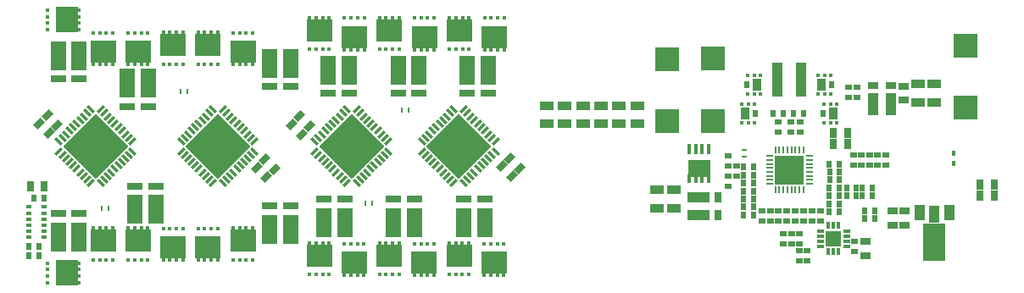
<source format=gbp>
G04*
G04 #@! TF.GenerationSoftware,Altium Limited,Altium Designer,25.7.1 (20)*
G04*
G04 Layer_Color=128*
%FSLAX44Y44*%
%MOMM*%
G71*
G04*
G04 #@! TF.SameCoordinates,66F0D8C6-04CA-480C-B019-D4CA667347D7*
G04*
G04*
G04 #@! TF.FilePolarity,Positive*
G04*
G01*
G75*
G04:AMPARAMS|DCode=23|XSize=0.55mm|YSize=0.65mm|CornerRadius=0.055mm|HoleSize=0mm|Usage=FLASHONLY|Rotation=270.000|XOffset=0mm|YOffset=0mm|HoleType=Round|Shape=RoundedRectangle|*
%AMROUNDEDRECTD23*
21,1,0.5500,0.5400,0,0,270.0*
21,1,0.4400,0.6500,0,0,270.0*
1,1,0.1100,-0.2700,-0.2200*
1,1,0.1100,-0.2700,0.2200*
1,1,0.1100,0.2700,0.2200*
1,1,0.1100,0.2700,-0.2200*
%
%ADD23ROUNDEDRECTD23*%
G04:AMPARAMS|DCode=24|XSize=0.55mm|YSize=0.65mm|CornerRadius=0.055mm|HoleSize=0mm|Usage=FLASHONLY|Rotation=180.000|XOffset=0mm|YOffset=0mm|HoleType=Round|Shape=RoundedRectangle|*
%AMROUNDEDRECTD24*
21,1,0.5500,0.5400,0,0,180.0*
21,1,0.4400,0.6500,0,0,180.0*
1,1,0.1100,-0.2200,0.2700*
1,1,0.1100,0.2200,0.2700*
1,1,0.1100,0.2200,-0.2700*
1,1,0.1100,-0.2200,-0.2700*
%
%ADD24ROUNDEDRECTD24*%
G04:AMPARAMS|DCode=25|XSize=0.9mm|YSize=1.4mm|CornerRadius=0.09mm|HoleSize=0mm|Usage=FLASHONLY|Rotation=90.000|XOffset=0mm|YOffset=0mm|HoleType=Round|Shape=RoundedRectangle|*
%AMROUNDEDRECTD25*
21,1,0.9000,1.2200,0,0,90.0*
21,1,0.7200,1.4000,0,0,90.0*
1,1,0.1800,0.6100,0.3600*
1,1,0.1800,0.6100,-0.3600*
1,1,0.1800,-0.6100,-0.3600*
1,1,0.1800,-0.6100,0.3600*
%
%ADD25ROUNDEDRECTD25*%
G04:AMPARAMS|DCode=34|XSize=0.7mm|YSize=1mm|CornerRadius=0.07mm|HoleSize=0mm|Usage=FLASHONLY|Rotation=90.000|XOffset=0mm|YOffset=0mm|HoleType=Round|Shape=RoundedRectangle|*
%AMROUNDEDRECTD34*
21,1,0.7000,0.8600,0,0,90.0*
21,1,0.5600,1.0000,0,0,90.0*
1,1,0.1400,0.4300,0.2800*
1,1,0.1400,0.4300,-0.2800*
1,1,0.1400,-0.4300,-0.2800*
1,1,0.1400,-0.4300,0.2800*
%
%ADD34ROUNDEDRECTD34*%
%ADD39R,0.4200X0.5000*%
%ADD82R,2.6500X2.2000*%
%ADD83R,0.4000X0.3000*%
%ADD84R,0.4000X0.4000*%
%ADD85R,1.4950X2.9500*%
%ADD86R,1.4950X0.7000*%
G04:AMPARAMS|DCode=87|XSize=0.7mm|YSize=1mm|CornerRadius=0.07mm|HoleSize=0mm|Usage=FLASHONLY|Rotation=315.000|XOffset=0mm|YOffset=0mm|HoleType=Round|Shape=RoundedRectangle|*
%AMROUNDEDRECTD87*
21,1,0.7000,0.8600,0,0,315.0*
21,1,0.5600,1.0000,0,0,315.0*
1,1,0.1400,-0.1061,-0.5021*
1,1,0.1400,-0.5021,-0.1061*
1,1,0.1400,0.1061,0.5021*
1,1,0.1400,0.5021,0.1061*
%
%ADD87ROUNDEDRECTD87*%
G04:AMPARAMS|DCode=88|XSize=0.9mm|YSize=0.3mm|CornerRadius=0mm|HoleSize=0mm|Usage=FLASHONLY|Rotation=315.000|XOffset=0mm|YOffset=0mm|HoleType=Round|Shape=Rectangle|*
%AMROTATEDRECTD88*
4,1,4,-0.4243,0.2121,-0.2121,0.4243,0.4243,-0.2121,0.2121,-0.4243,-0.4243,0.2121,0.0*
%
%ADD88ROTATEDRECTD88*%

%ADD89R,2.2900X1.0140*%
%ADD90R,0.4000X0.4000*%
%ADD91R,2.2000X2.6500*%
%ADD92R,0.3000X0.4000*%
%ADD93R,2.4500X2.3500*%
%ADD94R,0.7620X1.0140*%
%ADD95R,0.5000X0.2500*%
%ADD96R,0.2000X0.7500*%
%ADD97R,0.7500X0.2000*%
%ADD98R,2.9000X2.9000*%
%ADD99R,0.3000X0.7000*%
%ADD100R,0.7000X0.3000*%
%ADD101R,1.5000X1.5000*%
%ADD102R,0.4000X0.4250*%
%ADD103R,0.9500X1.1500*%
%ADD104R,0.4800X0.8000*%
%ADD105R,1.0140X0.7620*%
%ADD106R,1.0140X2.2900*%
G04:AMPARAMS|DCode=107|XSize=0.7mm|YSize=1mm|CornerRadius=0.07mm|HoleSize=0mm|Usage=FLASHONLY|Rotation=180.000|XOffset=0mm|YOffset=0mm|HoleType=Round|Shape=RoundedRectangle|*
%AMROUNDEDRECTD107*
21,1,0.7000,0.8600,0,0,180.0*
21,1,0.5600,1.0000,0,0,180.0*
1,1,0.1400,-0.2800,0.4300*
1,1,0.1400,0.2800,0.4300*
1,1,0.1400,0.2800,-0.4300*
1,1,0.1400,-0.2800,-0.4300*
%
%ADD107ROUNDEDRECTD107*%
%ADD108R,1.0000X1.5000*%
%ADD109R,1.0000X1.8000*%
%ADD110R,2.2000X3.7000*%
G04:AMPARAMS|DCode=111|XSize=0.9mm|YSize=0.3mm|CornerRadius=0mm|HoleSize=0mm|Usage=FLASHONLY|Rotation=225.000|XOffset=0mm|YOffset=0mm|HoleType=Round|Shape=Rectangle|*
%AMROTATEDRECTD111*
4,1,4,0.2121,0.4243,0.4243,0.2121,-0.2121,-0.4243,-0.4243,-0.2121,0.2121,0.4243,0.0*
%
%ADD111ROTATEDRECTD111*%

%ADD112P,6.5054X4X270.0*%
%ADD113R,0.2500X0.5000*%
%ADD114R,0.5750X0.3500*%
%ADD115R,2.2350X1.7250*%
%ADD116R,0.4050X0.8100*%
%ADD117R,0.4050X0.9900*%
%ADD118R,0.9800X3.4000*%
D23*
X707400Y-19638D02*
D03*
X707398Y-9634D02*
D03*
X715400Y-29638D02*
D03*
X715398Y-19634D02*
D03*
X707398Y-29634D02*
D03*
X707400Y-39638D02*
D03*
X779297Y24418D02*
D03*
X779298Y14413D02*
D03*
X757298D02*
D03*
X757297Y24418D02*
D03*
X740742Y-74899D02*
D03*
X740741Y-64894D02*
D03*
X782712D02*
D03*
X782713Y-74899D02*
D03*
X791107Y-64894D02*
D03*
X791108Y-74899D02*
D03*
X769530Y14362D02*
D03*
X769529Y24366D02*
D03*
X774318Y-64894D02*
D03*
X774319Y-74899D02*
D03*
X833655Y-95290D02*
D03*
X833656Y-105294D02*
D03*
X778398Y-87634D02*
D03*
X778399Y-97638D02*
D03*
X770399Y-87634D02*
D03*
X770400Y-97638D02*
D03*
X786297Y-104582D02*
D03*
X786298Y-114587D02*
D03*
X778297Y-104582D02*
D03*
X778298Y-114587D02*
D03*
X762298Y-97586D02*
D03*
X762297Y-87582D02*
D03*
X799501Y-64894D02*
D03*
X799502Y-74899D02*
D03*
X765924Y-64894D02*
D03*
X765925Y-74899D02*
D03*
X757531D02*
D03*
X757530Y-64894D02*
D03*
X749135D02*
D03*
X749136Y-74899D02*
D03*
X827757Y48654D02*
D03*
X827756Y58658D02*
D03*
X835757Y48654D02*
D03*
X835756Y58658D02*
D03*
X848298Y-18587D02*
D03*
X848297Y-8582D02*
D03*
X864297D02*
D03*
X864298Y-18587D02*
D03*
X856298Y-18586D02*
D03*
X856297Y-8582D02*
D03*
X832297D02*
D03*
X832298Y-18586D02*
D03*
X840399Y-18638D02*
D03*
X840398Y-8634D02*
D03*
D24*
X772227Y33062D02*
D03*
X782231Y33063D02*
D03*
X752320Y32961D02*
D03*
X762325Y32961D02*
D03*
X808325Y-65661D02*
D03*
X818329Y-65660D02*
D03*
X808325Y-57661D02*
D03*
X818329Y-57660D02*
D03*
X808325Y-49661D02*
D03*
X818329Y-49660D02*
D03*
X808325Y-41661D02*
D03*
X818329Y-41660D02*
D03*
X818381Y-25558D02*
D03*
X808377Y-25559D02*
D03*
X808348Y-17610D02*
D03*
X818353Y-17609D02*
D03*
X818381Y-33558D02*
D03*
X808377Y-33559D02*
D03*
X841372Y-49610D02*
D03*
X851376D02*
D03*
X843372Y-64560D02*
D03*
X853376Y-64559D02*
D03*
X843372Y-72560D02*
D03*
X853376Y-72559D02*
D03*
X835376Y-41559D02*
D03*
X825372Y-41560D02*
D03*
X835376Y-49559D02*
D03*
X825372Y-49560D02*
D03*
X732325Y-20661D02*
D03*
X722320Y-20662D02*
D03*
Y-28662D02*
D03*
X732325Y-28661D02*
D03*
X732377Y-36559D02*
D03*
X722372Y-36560D02*
D03*
X722320Y-44662D02*
D03*
X732325Y-44661D02*
D03*
X722320Y-52661D02*
D03*
X732325Y-52660D02*
D03*
X732376Y-60559D02*
D03*
X722372Y-60560D02*
D03*
X732376Y-68559D02*
D03*
X722372Y-68560D02*
D03*
X8972Y-100051D02*
D03*
X18977Y-100050D02*
D03*
X23976Y-52049D02*
D03*
X13972Y-52050D02*
D03*
X8972Y-109051D02*
D03*
X18976Y-109050D02*
D03*
X851376Y-41610D02*
D03*
X841372D02*
D03*
D25*
X636287Y-61799D02*
D03*
X652797D02*
D03*
Y-43799D02*
D03*
X636287D02*
D03*
X544112Y40701D02*
D03*
Y22701D02*
D03*
X562171Y40701D02*
D03*
Y22701D02*
D03*
X580230Y40701D02*
D03*
Y22701D02*
D03*
X598289Y40701D02*
D03*
Y22701D02*
D03*
X616348Y40701D02*
D03*
Y22701D02*
D03*
X526053Y40701D02*
D03*
Y22701D02*
D03*
X913297Y62201D02*
D03*
X897047D02*
D03*
X913297Y44201D02*
D03*
X897047D02*
D03*
D34*
X844706Y-95318D02*
D03*
Y-109318D02*
D03*
X871348Y-64610D02*
D03*
Y-78610D02*
D03*
X882846Y46201D02*
D03*
Y60201D02*
D03*
X883348Y-78610D02*
D03*
Y-64610D02*
D03*
D39*
X932047Y-17049D02*
D03*
Y-6549D02*
D03*
D82*
X403586Y-116188D02*
D03*
X438495Y-109188D02*
D03*
X438610Y116172D02*
D03*
X403677Y109172D02*
D03*
X473541D02*
D03*
X222496Y94322D02*
D03*
X222494Y-94276D02*
D03*
X187596Y101322D02*
D03*
X473406Y-116188D02*
D03*
X187594Y-101328D02*
D03*
X117795Y94322D02*
D03*
X368676Y-109188D02*
D03*
X117794Y-94328D02*
D03*
X368745Y116172D02*
D03*
X152696Y101322D02*
D03*
X152694Y-101328D02*
D03*
X333814Y109172D02*
D03*
X82896Y94322D02*
D03*
X298856Y-109188D02*
D03*
X82894Y-94328D02*
D03*
X298881Y116172D02*
D03*
X333766Y-116188D02*
D03*
D83*
X393836Y-128688D02*
D03*
X400336D02*
D03*
X406836D02*
D03*
X413336D02*
D03*
X448246Y-96688D02*
D03*
X441745D02*
D03*
X435246D02*
D03*
X428745D02*
D03*
X448359Y128672D02*
D03*
X441860D02*
D03*
X435359D02*
D03*
X428859D02*
D03*
X393927Y96672D02*
D03*
X400428D02*
D03*
X406927D02*
D03*
X413428D02*
D03*
X483292D02*
D03*
X476791D02*
D03*
X470291D02*
D03*
X463792D02*
D03*
X212746Y81822D02*
D03*
X219246D02*
D03*
X225746D02*
D03*
X232246D02*
D03*
X232244Y-81776D02*
D03*
X225744D02*
D03*
X219244D02*
D03*
X212744D02*
D03*
X197346Y113822D02*
D03*
X190846D02*
D03*
X184346D02*
D03*
X177846D02*
D03*
X483156Y-128688D02*
D03*
X476656D02*
D03*
X470156D02*
D03*
X463656D02*
D03*
X177844Y-113828D02*
D03*
X184344D02*
D03*
X190844D02*
D03*
X197344D02*
D03*
X108046Y81822D02*
D03*
X114545D02*
D03*
X121046D02*
D03*
X127545D02*
D03*
X358926Y-96688D02*
D03*
X365426D02*
D03*
X371926D02*
D03*
X378426D02*
D03*
X127544Y-81828D02*
D03*
X121044D02*
D03*
X114544D02*
D03*
X108044D02*
D03*
X358996Y128672D02*
D03*
X365495D02*
D03*
X371996D02*
D03*
X378495D02*
D03*
X162446Y113822D02*
D03*
X155946D02*
D03*
X149445D02*
D03*
X142945D02*
D03*
X142944Y-113828D02*
D03*
X149444D02*
D03*
X155944D02*
D03*
X162444D02*
D03*
X343563Y96672D02*
D03*
X337063D02*
D03*
X330564D02*
D03*
X324063D02*
D03*
X73146Y81822D02*
D03*
X79646D02*
D03*
X86146D02*
D03*
X92646D02*
D03*
X289106Y-96688D02*
D03*
X295606D02*
D03*
X302106D02*
D03*
X308606D02*
D03*
X92644Y-81828D02*
D03*
X86144D02*
D03*
X79644D02*
D03*
X73144D02*
D03*
X289132Y128672D02*
D03*
X295632D02*
D03*
X302132D02*
D03*
X308631D02*
D03*
X343516Y-128688D02*
D03*
X337016D02*
D03*
X330516D02*
D03*
X324016D02*
D03*
D84*
X413336Y-97188D02*
D03*
X393836D02*
D03*
X400336D02*
D03*
X406836D02*
D03*
X428745Y-128188D02*
D03*
X435246D02*
D03*
X441745D02*
D03*
X448246D02*
D03*
X428859Y97172D02*
D03*
X448359D02*
D03*
X441860D02*
D03*
X435359D02*
D03*
X413428Y128172D02*
D03*
X406927D02*
D03*
X400428D02*
D03*
X393927D02*
D03*
X337016Y-97188D02*
D03*
X330516D02*
D03*
X324016D02*
D03*
X295632Y97172D02*
D03*
X302132D02*
D03*
X308631D02*
D03*
X142944Y-82328D02*
D03*
X149444D02*
D03*
X155944D02*
D03*
X162446Y82322D02*
D03*
X155946D02*
D03*
X149445D02*
D03*
X365495Y97172D02*
D03*
X371996D02*
D03*
X378495D02*
D03*
X177844Y-82328D02*
D03*
X184344D02*
D03*
X190844D02*
D03*
X476656Y-97188D02*
D03*
X470156D02*
D03*
X463656D02*
D03*
X197346Y82322D02*
D03*
X190846D02*
D03*
X184346D02*
D03*
X463792Y128172D02*
D03*
X470291D02*
D03*
X476791D02*
D03*
X483292D02*
D03*
X232246Y113322D02*
D03*
X225746D02*
D03*
X219246D02*
D03*
X212746D02*
D03*
X212744Y-113276D02*
D03*
X219244D02*
D03*
X225744D02*
D03*
X232244D02*
D03*
X177846Y82322D02*
D03*
X483156Y-97188D02*
D03*
X197344Y-82328D02*
D03*
X127545Y113322D02*
D03*
X121046D02*
D03*
X114545D02*
D03*
X108046D02*
D03*
X378426Y-128188D02*
D03*
X371926D02*
D03*
X365426D02*
D03*
X358926D02*
D03*
X108044Y-113328D02*
D03*
X114544D02*
D03*
X121044D02*
D03*
X127544D02*
D03*
X358996Y97172D02*
D03*
X142945Y82322D02*
D03*
X162444Y-82328D02*
D03*
X324063Y128172D02*
D03*
X330564D02*
D03*
X337063D02*
D03*
X343563D02*
D03*
X92646Y113322D02*
D03*
X86146D02*
D03*
X79646D02*
D03*
X73146D02*
D03*
X308606Y-128188D02*
D03*
X302106D02*
D03*
X295606D02*
D03*
X289106D02*
D03*
X73144Y-113328D02*
D03*
X79644D02*
D03*
X86144D02*
D03*
X92644D02*
D03*
X289132Y97172D02*
D03*
X343516Y-97188D02*
D03*
D85*
X464106Y-75976D02*
D03*
X443046D02*
D03*
X59024Y90724D02*
D03*
X37964D02*
D03*
X128114Y63024D02*
D03*
X107055D02*
D03*
X249524Y83024D02*
D03*
X270584D02*
D03*
X328496Y76024D02*
D03*
X307435D02*
D03*
X398496Y76024D02*
D03*
X377436D02*
D03*
X467883Y76024D02*
D03*
X446823D02*
D03*
X373107Y-75976D02*
D03*
X394168D02*
D03*
X303496Y-75976D02*
D03*
X324556D02*
D03*
X249524Y-82976D02*
D03*
X270584D02*
D03*
X114598Y-62867D02*
D03*
X135658D02*
D03*
X59026Y-90678D02*
D03*
X37966D02*
D03*
D86*
X464106Y-52726D02*
D03*
X443046D02*
D03*
X59024Y67474D02*
D03*
X37964D02*
D03*
X107055Y39774D02*
D03*
X128114D02*
D03*
X249524Y59774D02*
D03*
X270584D02*
D03*
X307435Y52774D02*
D03*
X328496D02*
D03*
X377436Y52774D02*
D03*
X398496D02*
D03*
X467883Y52774D02*
D03*
X446823D02*
D03*
X394168Y-52726D02*
D03*
X373107D02*
D03*
X324556Y-52726D02*
D03*
X303496D02*
D03*
X270584Y-59726D02*
D03*
X249524D02*
D03*
X135658Y-39617D02*
D03*
X114598D02*
D03*
X37966Y-67428D02*
D03*
X59026D02*
D03*
D87*
X27104Y30974D02*
D03*
X246004Y-30926D02*
D03*
X491004Y-29926D02*
D03*
X279104Y29974D02*
D03*
X289004Y20074D02*
D03*
X281004Y12075D02*
D03*
X271104Y21974D02*
D03*
X489104Y-12026D02*
D03*
X499004Y-21926D02*
D03*
X481104Y-20026D02*
D03*
X254004Y-22926D02*
D03*
X244104Y-13026D02*
D03*
X236104Y-21026D02*
D03*
X37004Y21074D02*
D03*
X28884Y13074D02*
D03*
X18984Y22974D02*
D03*
D88*
X304891Y15580D02*
D03*
X308426Y19116D02*
D03*
X223659Y-15532D02*
D03*
X220123Y-19068D02*
D03*
X464217Y-15532D02*
D03*
X460681Y-19068D02*
D03*
X49333Y15580D02*
D03*
X52868Y19116D02*
D03*
X56404Y22651D02*
D03*
X59939Y26186D02*
D03*
X63475Y29722D02*
D03*
X67011Y33258D02*
D03*
X70546Y36793D02*
D03*
X112265Y-4926D02*
D03*
X108730Y-8462D02*
D03*
X105195Y-11997D02*
D03*
X98124Y-19068D02*
D03*
X94588Y-22604D02*
D03*
X91052Y-26139D02*
D03*
X87517Y-29675D02*
D03*
X83981Y-33210D02*
D03*
X80446Y-36746D02*
D03*
X101659Y-15533D02*
D03*
X45797Y12045D02*
D03*
X38726Y4973D02*
D03*
X42262Y8509D02*
D03*
X457146Y-22603D02*
D03*
X453610Y-26139D02*
D03*
X450075Y-29674D02*
D03*
X446539Y-33210D02*
D03*
X443004Y-36745D02*
D03*
X401284Y4974D02*
D03*
X404820Y8510D02*
D03*
X408355Y12045D02*
D03*
X415427Y19116D02*
D03*
X418962Y22652D02*
D03*
X422497Y26187D02*
D03*
X426033Y29723D02*
D03*
X429568Y33258D02*
D03*
X433104Y36794D02*
D03*
X411891Y15581D02*
D03*
X467753Y-11997D02*
D03*
X474823Y-4926D02*
D03*
X471288Y-8461D02*
D03*
X234266Y-4926D02*
D03*
X230730Y-8461D02*
D03*
X227194Y-11997D02*
D03*
X216588Y-22603D02*
D03*
X213052Y-26139D02*
D03*
X209516Y-29674D02*
D03*
X205981Y-33210D02*
D03*
X202446Y-36746D02*
D03*
X160726Y4974D02*
D03*
X164262Y8510D02*
D03*
X167797Y12045D02*
D03*
X174868Y19116D02*
D03*
X178404Y22652D02*
D03*
X181939Y26187D02*
D03*
X185475Y29722D02*
D03*
X189010Y33258D02*
D03*
X192546Y36794D02*
D03*
X171333Y15581D02*
D03*
X311962Y22652D02*
D03*
X315498Y26187D02*
D03*
X319034Y29722D02*
D03*
X322569Y33258D02*
D03*
X326104Y36793D02*
D03*
X367824Y-4926D02*
D03*
X364288Y-8461D02*
D03*
X360752Y-11997D02*
D03*
X353682Y-19068D02*
D03*
X350146Y-22603D02*
D03*
X346611Y-26139D02*
D03*
X343075Y-29675D02*
D03*
X339539Y-33210D02*
D03*
X336004Y-36746D02*
D03*
X357217Y-15533D02*
D03*
X301356Y12045D02*
D03*
X294284Y4974D02*
D03*
X297820Y8510D02*
D03*
D89*
X677628Y-68490D02*
D03*
Y-50730D02*
D03*
D90*
X27496Y116724D02*
D03*
Y123224D02*
D03*
Y129724D02*
D03*
Y-136178D02*
D03*
Y-129678D02*
D03*
Y-123178D02*
D03*
Y-116678D02*
D03*
Y136224D02*
D03*
D91*
X46496Y-126428D02*
D03*
Y126474D02*
D03*
D92*
X58996Y-136178D02*
D03*
Y-129678D02*
D03*
Y-123178D02*
D03*
Y-116678D02*
D03*
Y116724D02*
D03*
Y123224D02*
D03*
Y129724D02*
D03*
Y136224D02*
D03*
D93*
X692242Y25450D02*
D03*
Y87450D02*
D03*
X646348Y25390D02*
D03*
Y87390D02*
D03*
X944297Y100951D02*
D03*
Y38951D02*
D03*
D94*
X696699Y-50730D02*
D03*
Y-68490D02*
D03*
D95*
X723000Y-10250D02*
D03*
Y-3749D02*
D03*
D96*
X782348Y-3610D02*
D03*
X778348D02*
D03*
X774348D02*
D03*
X770348D02*
D03*
X766348D02*
D03*
X758348D02*
D03*
X754348D02*
D03*
Y-43610D02*
D03*
X758348D02*
D03*
X762348D02*
D03*
X766348D02*
D03*
X770348D02*
D03*
X774348D02*
D03*
X778348D02*
D03*
X782348D02*
D03*
X762348Y-3610D02*
D03*
D97*
X748348Y-9610D02*
D03*
Y-13610D02*
D03*
Y-17610D02*
D03*
Y-21610D02*
D03*
Y-25610D02*
D03*
Y-29610D02*
D03*
Y-33610D02*
D03*
Y-37610D02*
D03*
X788348D02*
D03*
Y-33610D02*
D03*
Y-29610D02*
D03*
Y-25610D02*
D03*
Y-21610D02*
D03*
Y-17610D02*
D03*
Y-13610D02*
D03*
Y-9610D02*
D03*
D98*
X768348Y-23610D02*
D03*
D99*
X817348Y-105288D02*
D03*
X812348D02*
D03*
X817348Y-79289D02*
D03*
X807348Y-105288D02*
D03*
Y-79289D02*
D03*
X812348D02*
D03*
D100*
X799348Y-94789D02*
D03*
Y-89789D02*
D03*
Y-84789D02*
D03*
X825348D02*
D03*
Y-89789D02*
D03*
Y-94789D02*
D03*
Y-99789D02*
D03*
X799348D02*
D03*
D101*
X812348Y-92289D02*
D03*
D102*
X720848Y42270D02*
D03*
X727348D02*
D03*
X733848D02*
D03*
Y23510D02*
D03*
X727348D02*
D03*
X720848D02*
D03*
X739649Y52409D02*
D03*
X733150D02*
D03*
X726649D02*
D03*
X733150Y71170D02*
D03*
X739649D02*
D03*
X726649D02*
D03*
X796852Y71170D02*
D03*
X803352D02*
D03*
X809852D02*
D03*
X803352Y52410D02*
D03*
X796852D02*
D03*
X809852D02*
D03*
X815848Y23510D02*
D03*
X809349D02*
D03*
X802848D02*
D03*
Y42270D02*
D03*
X809349D02*
D03*
X815848D02*
D03*
D103*
X724099Y32890D02*
D03*
X736399Y61790D02*
D03*
X800102Y61789D02*
D03*
X812598Y32890D02*
D03*
D104*
X734348D02*
D03*
X726149Y61790D02*
D03*
X810352Y61789D02*
D03*
X802348Y32890D02*
D03*
D105*
X869927Y61051D02*
D03*
X852167D02*
D03*
D106*
X869927Y41981D02*
D03*
X852167D02*
D03*
D107*
X958680Y-49324D02*
D03*
X972680D02*
D03*
X24000Y-39999D02*
D03*
X10000D02*
D03*
X826348Y2390D02*
D03*
X972680Y-38323D02*
D03*
X812348Y13390D02*
D03*
X826348D02*
D03*
X812348Y2390D02*
D03*
X958680Y-38323D02*
D03*
D108*
X898349Y-66611D02*
D03*
X928349D02*
D03*
D109*
X913348Y-68110D02*
D03*
D110*
Y-95610D02*
D03*
D111*
X80445Y36793D02*
D03*
X83981Y33258D02*
D03*
X87517Y29722D02*
D03*
X91052Y26186D02*
D03*
X94588Y22651D02*
D03*
X98123Y19116D02*
D03*
X101659Y15580D02*
D03*
X105194Y12045D02*
D03*
X108730Y8509D02*
D03*
X112265Y4973D02*
D03*
X70546Y-36746D02*
D03*
X59940Y-26139D02*
D03*
X56404Y-22603D02*
D03*
X52869Y-19068D02*
D03*
X49333Y-15533D02*
D03*
X45798Y-11997D02*
D03*
X42262Y-8461D02*
D03*
X63475Y-29674D02*
D03*
X67011Y-33210D02*
D03*
X38726Y-4926D02*
D03*
X433104Y-36745D02*
D03*
X429569Y-33210D02*
D03*
X426034Y-29674D02*
D03*
X422498Y-26139D02*
D03*
X418962Y-22603D02*
D03*
X415427Y-19068D02*
D03*
X411891Y-15532D02*
D03*
X408356Y-11997D02*
D03*
X404821Y-8461D02*
D03*
X401285Y-4926D02*
D03*
X443004Y36793D02*
D03*
X453610Y26187D02*
D03*
X457146Y22651D02*
D03*
X460681Y19116D02*
D03*
X464217Y15580D02*
D03*
X467753Y12045D02*
D03*
X471288Y8510D02*
D03*
X450075Y29722D02*
D03*
X446539Y33258D02*
D03*
X474823Y4974D02*
D03*
X192546Y-36745D02*
D03*
X189010Y-33210D02*
D03*
X185475Y-29674D02*
D03*
X181940Y-26139D02*
D03*
X178404Y-22603D02*
D03*
X174869Y-19068D02*
D03*
X171333Y-15532D02*
D03*
X167797Y-11997D02*
D03*
X164262Y-8461D02*
D03*
X160727Y-4926D02*
D03*
X202446Y36793D02*
D03*
X213052Y26187D02*
D03*
X216588Y22651D02*
D03*
X220123Y19116D02*
D03*
X227194Y12045D02*
D03*
X230730Y8510D02*
D03*
X209516Y29722D02*
D03*
X205981Y33258D02*
D03*
X234265Y4974D02*
D03*
X223659Y15580D02*
D03*
X336004Y36793D02*
D03*
X339539Y33258D02*
D03*
X343075Y29722D02*
D03*
X346610Y26187D02*
D03*
X350145Y22652D02*
D03*
X353681Y19116D02*
D03*
X357217Y15580D02*
D03*
X360752Y12045D02*
D03*
X364288Y8510D02*
D03*
X367823Y4974D02*
D03*
X326104Y-36745D02*
D03*
X315498Y-26139D02*
D03*
X311962Y-22603D02*
D03*
X308426Y-19067D02*
D03*
X304891Y-15532D02*
D03*
X301356Y-11997D02*
D03*
X297820Y-8461D02*
D03*
X319034Y-29674D02*
D03*
X322569Y-33210D02*
D03*
X294284Y-4926D02*
D03*
D112*
X75496Y23D02*
D03*
X438054Y24D02*
D03*
X197496Y24D02*
D03*
X331054Y24D02*
D03*
D113*
X166706Y54682D02*
D03*
X160206D02*
D03*
X381250Y36001D02*
D03*
X387750D02*
D03*
X351250Y-56999D02*
D03*
X344751D02*
D03*
X81750Y-61999D02*
D03*
X88250D02*
D03*
D114*
X9115Y-84678D02*
D03*
X23875Y-66678D02*
D03*
Y-84678D02*
D03*
X9115Y-90678D02*
D03*
Y-78678D02*
D03*
X23875Y-60678D02*
D03*
Y-90678D02*
D03*
X9115Y-72678D02*
D03*
Y-66678D02*
D03*
Y-60678D02*
D03*
X23875Y-72678D02*
D03*
Y-78678D02*
D03*
D115*
X678048Y-22540D02*
D03*
D116*
X681348Y-32214D02*
D03*
X687948D02*
D03*
X674748D02*
D03*
X668148D02*
D03*
D117*
X687948Y-2610D02*
D03*
X681348D02*
D03*
X674748D02*
D03*
X668148D02*
D03*
D118*
X780198Y66390D02*
D03*
X756499D02*
D03*
M02*

</source>
